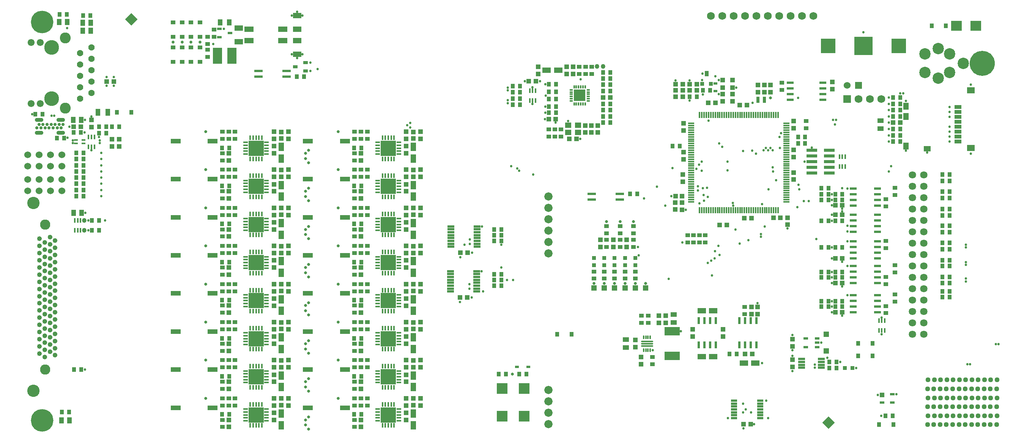
<source format=gts>
G04*
G04 #@! TF.GenerationSoftware,Altium Limited,Altium Designer,24.7.2 (38)*
G04*
G04 Layer_Color=8388736*
%FSLAX25Y25*%
%MOIN*%
G70*
G04*
G04 #@! TF.SameCoordinates,7466D0F8-E9CD-42B0-AAD5-FE8217CC6D43*
G04*
G04*
G04 #@! TF.FilePolarity,Negative*
G04*
G01*
G75*
%ADD24R,0.01378X0.05315*%
%ADD75R,0.05315X0.01378*%
%ADD85R,0.03661X0.04055*%
%ADD86R,0.04055X0.03661*%
%ADD87R,0.04055X0.03858*%
%ADD88R,0.03858X0.04055*%
%ADD89R,0.07205X0.05039*%
%ADD90R,0.04055X0.06024*%
%ADD91R,0.04252X0.05630*%
%ADD92R,0.03858X0.04055*%
%ADD93R,0.03740X0.04370*%
%ADD94R,0.01693X0.03858*%
%ADD95R,0.03661X0.01693*%
%ADD96C,0.04055*%
%ADD97R,0.04055X0.03858*%
%ADD98R,0.07402X0.02480*%
%ADD99R,0.04370X0.03740*%
%ADD100R,0.07992X0.13898*%
%ADD101R,0.04252X0.02480*%
%ADD102R,0.03858X0.05630*%
%ADD103R,0.07205X0.04646*%
%ADD104R,0.04252X0.02677*%
%ADD105R,0.07992X0.04842*%
%ADD106R,0.04055X0.04055*%
%ADD107R,0.12618X0.12618*%
%ADD108R,0.15866X0.15866*%
%ADD109R,0.05630X0.04252*%
%ADD110R,0.09173X0.08583*%
%ADD111R,0.06024X0.03268*%
%ADD112R,0.06811X0.05630*%
%ADD113R,0.04646X0.06024*%
%ADD114R,0.06024X0.04646*%
%ADD115R,0.09567X0.03032*%
%ADD116R,0.02835X0.01221*%
%ADD117R,0.03268X0.02480*%
%ADD118R,0.05118X0.05118*%
%ADD119R,0.05118X0.05118*%
%ADD120R,0.03268X0.03268*%
%ADD121R,0.02480X0.06221*%
%ADD122R,0.03718X0.03718*%
%ADD123R,0.03718X0.05118*%
%ADD124R,0.09764X0.09370*%
%ADD125R,0.03661X0.02087*%
%ADD126R,0.06417X0.02480*%
%ADD127R,0.13504X0.07402*%
%ADD128O,0.01496X0.04252*%
%ADD129O,0.04252X0.01496*%
%ADD130R,0.13307X0.13307*%
%ADD131R,0.04055X0.04055*%
%ADD132R,0.06024X0.01890*%
%ADD133R,0.05039X0.07205*%
%ADD134R,0.04055X0.03465*%
%ADD135R,0.03858X0.03858*%
%ADD136R,0.08583X0.04449*%
%ADD137R,0.05630X0.04646*%
%ADD138R,0.03268X0.03268*%
%ADD139P,0.11136X4X360.0*%
%ADD140R,0.03858X0.03858*%
%ADD141R,0.06221X0.02480*%
%ADD142R,0.04449X0.02480*%
%ADD143R,0.09961X0.09961*%
%ADD144R,0.01221X0.02835*%
%ADD145R,0.05827X0.01890*%
%ADD146R,0.04055X0.02480*%
%ADD147O,0.10945X0.01299*%
%ADD148O,0.01299X0.03465*%
%ADD149R,0.03071X0.05630*%
%ADD150C,0.05630*%
%ADD151C,0.12953*%
%ADD152C,0.06102*%
%ADD153C,0.09567*%
%ADD154C,0.02874*%
%ADD155O,0.07598X0.03661*%
%ADD156C,0.06811*%
%ADD157C,0.06417*%
%ADD158C,0.22047*%
%ADD159C,0.09961*%
%ADD160R,0.06024X0.06024*%
%ADD161C,0.06024*%
%ADD162C,0.04449*%
%ADD163C,0.07205*%
%ADD164R,0.06811X0.06811*%
%ADD165C,0.19803*%
%ADD166C,0.04252*%
%ADD167C,0.10827*%
%ADD168C,0.08976*%
%ADD169C,0.02087*%
%ADD170C,0.02480*%
D24*
X656496Y206201D02*
D03*
X658465D02*
D03*
X666339D02*
D03*
X664370D02*
D03*
X662402D02*
D03*
X660433D02*
D03*
X654528D02*
D03*
X652559D02*
D03*
X650591D02*
D03*
X648622D02*
D03*
X646654D02*
D03*
X644685D02*
D03*
X642717D02*
D03*
X640748D02*
D03*
X638779D02*
D03*
X636811D02*
D03*
X634842D02*
D03*
X632874D02*
D03*
X630905D02*
D03*
X628937D02*
D03*
X626968D02*
D03*
X625000D02*
D03*
X623032D02*
D03*
X621063D02*
D03*
X619095D02*
D03*
X617126D02*
D03*
X615158D02*
D03*
X613189D02*
D03*
X611221D02*
D03*
X609252D02*
D03*
X607283D02*
D03*
X605315D02*
D03*
X603346D02*
D03*
X601378D02*
D03*
X597441D02*
D03*
X599409Y289862D02*
D03*
X601378D02*
D03*
X603346D02*
D03*
X605315D02*
D03*
X607283D02*
D03*
X609252D02*
D03*
X611221D02*
D03*
X613189D02*
D03*
X617126D02*
D03*
X619095D02*
D03*
X621063D02*
D03*
X623032D02*
D03*
X625000D02*
D03*
X626968D02*
D03*
X628937D02*
D03*
X630905D02*
D03*
X632874D02*
D03*
X634842D02*
D03*
X636811D02*
D03*
X638779D02*
D03*
X640748D02*
D03*
X642717D02*
D03*
X644685D02*
D03*
X646654D02*
D03*
X648622D02*
D03*
X650591D02*
D03*
X652559D02*
D03*
X654528D02*
D03*
X656496D02*
D03*
X658465D02*
D03*
X660433D02*
D03*
X662402D02*
D03*
X664370D02*
D03*
X666339D02*
D03*
X615158D02*
D03*
X597441D02*
D03*
X599409Y206201D02*
D03*
D75*
X673721Y219488D02*
D03*
Y282480D02*
D03*
Y280512D02*
D03*
Y278543D02*
D03*
Y276575D02*
D03*
Y274606D02*
D03*
Y272638D02*
D03*
Y270669D02*
D03*
Y268701D02*
D03*
Y266732D02*
D03*
Y264764D02*
D03*
Y262795D02*
D03*
Y260827D02*
D03*
Y258858D02*
D03*
Y256890D02*
D03*
Y254921D02*
D03*
Y249016D02*
D03*
Y245079D02*
D03*
Y243110D02*
D03*
Y241142D02*
D03*
Y239173D02*
D03*
Y237205D02*
D03*
Y235236D02*
D03*
Y233268D02*
D03*
Y231299D02*
D03*
Y229331D02*
D03*
Y227362D02*
D03*
Y225394D02*
D03*
Y223425D02*
D03*
Y221457D02*
D03*
Y217520D02*
D03*
Y215551D02*
D03*
Y213583D02*
D03*
X590059D02*
D03*
Y215551D02*
D03*
Y217520D02*
D03*
Y219488D02*
D03*
Y221457D02*
D03*
Y223425D02*
D03*
Y225394D02*
D03*
Y227362D02*
D03*
Y229331D02*
D03*
Y231299D02*
D03*
Y233268D02*
D03*
Y235236D02*
D03*
Y237205D02*
D03*
Y239173D02*
D03*
Y241142D02*
D03*
Y243110D02*
D03*
Y245079D02*
D03*
Y247047D02*
D03*
Y249016D02*
D03*
Y250984D02*
D03*
Y252953D02*
D03*
Y254921D02*
D03*
Y256890D02*
D03*
Y258858D02*
D03*
Y260827D02*
D03*
Y262795D02*
D03*
Y264764D02*
D03*
Y270669D02*
D03*
Y272638D02*
D03*
Y274606D02*
D03*
Y276575D02*
D03*
Y278543D02*
D03*
Y280512D02*
D03*
Y282480D02*
D03*
X673721Y252953D02*
D03*
X590059Y268701D02*
D03*
Y266732D02*
D03*
X673721Y247047D02*
D03*
Y250984D02*
D03*
D85*
X773622Y272047D02*
D03*
X767323D02*
D03*
X773622Y294094D02*
D03*
X767323D02*
D03*
X816929Y201575D02*
D03*
X816929Y207087D02*
D03*
Y231890D02*
D03*
Y237402D02*
D03*
X39370Y269685D02*
D03*
X33071D02*
D03*
X20472Y290551D02*
D03*
X14173D02*
D03*
X471260Y316929D02*
D03*
X464961D02*
D03*
X623622Y79921D02*
D03*
X629921D02*
D03*
X47638Y274410D02*
D03*
X53937D02*
D03*
X87795Y279528D02*
D03*
X81496D02*
D03*
X464961Y297244D02*
D03*
X471260D02*
D03*
Y291732D02*
D03*
X464961D02*
D03*
X55905Y377165D02*
D03*
X62205D02*
D03*
X250000Y323623D02*
D03*
X243701D02*
D03*
X810630Y201575D02*
D03*
X810630Y207087D02*
D03*
X433268Y315354D02*
D03*
X439567D02*
D03*
X433268Y309842D02*
D03*
X439567D02*
D03*
X433268Y304331D02*
D03*
X439567D02*
D03*
X433268Y298819D02*
D03*
X439567D02*
D03*
X464961Y310236D02*
D03*
X471260D02*
D03*
X464961Y303937D02*
D03*
X471260D02*
D03*
X76378Y274016D02*
D03*
X70079D02*
D03*
Y279528D02*
D03*
X76378D02*
D03*
X710630Y225590D02*
D03*
X704331D02*
D03*
X600394Y311417D02*
D03*
X606693D02*
D03*
X716535Y173622D02*
D03*
X722835D02*
D03*
X704331D02*
D03*
X710630D02*
D03*
X438878Y62106D02*
D03*
X445177D02*
D03*
X421161D02*
D03*
X427461D02*
D03*
X542520Y220472D02*
D03*
X536221D02*
D03*
X816929Y172047D02*
D03*
Y177559D02*
D03*
X810630Y172047D02*
D03*
Y177559D02*
D03*
Y142126D02*
D03*
Y147638D02*
D03*
Y231890D02*
D03*
Y237402D02*
D03*
X518898Y288583D02*
D03*
X512598D02*
D03*
X704375Y121653D02*
D03*
X710674D02*
D03*
X704331Y151969D02*
D03*
X710630D02*
D03*
X704331Y147244D02*
D03*
X710630D02*
D03*
X766929Y25591D02*
D03*
X760630D02*
D03*
X423425Y189170D02*
D03*
X417126D02*
D03*
Y150000D02*
D03*
X423425D02*
D03*
Y179134D02*
D03*
X417126D02*
D03*
X423425Y184252D02*
D03*
X417126D02*
D03*
Y144882D02*
D03*
X423425D02*
D03*
X417126Y139764D02*
D03*
X423425D02*
D03*
X177953Y26772D02*
D03*
X184252D02*
D03*
X294094Y127165D02*
D03*
X300394D02*
D03*
X177953Y160630D02*
D03*
X184252D02*
D03*
X300394D02*
D03*
X294094D02*
D03*
X184252Y194095D02*
D03*
X177953D02*
D03*
X300394D02*
D03*
X294094D02*
D03*
X184252Y227559D02*
D03*
X177953D02*
D03*
X300394D02*
D03*
X294094D02*
D03*
X184252Y261024D02*
D03*
X177953D02*
D03*
X300394D02*
D03*
X294094D02*
D03*
X690158Y270472D02*
D03*
X683858D02*
D03*
X63779Y197244D02*
D03*
X70079D02*
D03*
X512598Y327165D02*
D03*
X518898D02*
D03*
X63779Y188583D02*
D03*
X70079D02*
D03*
X722835Y151969D02*
D03*
X716535D02*
D03*
X722835Y121653D02*
D03*
X716535D02*
D03*
X594882Y305906D02*
D03*
X588583D02*
D03*
X722835Y215354D02*
D03*
X716535D02*
D03*
X722835Y147244D02*
D03*
X716535D02*
D03*
X722835Y126378D02*
D03*
X716535D02*
D03*
X722835Y196850D02*
D03*
X716535D02*
D03*
X722835Y220079D02*
D03*
X716535D02*
D03*
X41732Y378346D02*
D03*
X35433D02*
D03*
X37402Y28740D02*
D03*
X43701D02*
D03*
X56299Y224016D02*
D03*
X50000D02*
D03*
X56299Y218504D02*
D03*
X50000D02*
D03*
Y229528D02*
D03*
X56299D02*
D03*
Y235039D02*
D03*
X50000D02*
D03*
X56299Y240158D02*
D03*
X50000D02*
D03*
X56299Y245669D02*
D03*
X50000D02*
D03*
X56299Y251181D02*
D03*
X50000D02*
D03*
X56299Y256693D02*
D03*
X50000D02*
D03*
X711417Y67716D02*
D03*
X717717D02*
D03*
Y72835D02*
D03*
X711417D02*
D03*
X512598Y311024D02*
D03*
X518898D02*
D03*
X512598Y322047D02*
D03*
X518898D02*
D03*
X512598Y316535D02*
D03*
X518898D02*
D03*
X512598Y283071D02*
D03*
X518898D02*
D03*
X512598Y294094D02*
D03*
X518898D02*
D03*
X512598Y299606D02*
D03*
X518898D02*
D03*
X573622Y262598D02*
D03*
X579921D02*
D03*
X816929Y192520D02*
D03*
X810630D02*
D03*
X816929Y187008D02*
D03*
X810630D02*
D03*
X767323Y305118D02*
D03*
X773622D02*
D03*
X767323Y266535D02*
D03*
X773622D02*
D03*
X767323Y299606D02*
D03*
X773622D02*
D03*
X767323Y277559D02*
D03*
X773622D02*
D03*
X767323Y288583D02*
D03*
X773622D02*
D03*
X184252Y127165D02*
D03*
X177953D02*
D03*
X300394Y93701D02*
D03*
X294094D02*
D03*
X184252D02*
D03*
X177953D02*
D03*
X294094Y60236D02*
D03*
X300394D02*
D03*
X184252D02*
D03*
X177953D02*
D03*
X300394Y26772D02*
D03*
X294094D02*
D03*
X683858Y264961D02*
D03*
X690158D02*
D03*
X48031Y66142D02*
D03*
X54331D02*
D03*
X816929Y142126D02*
D03*
X710630Y126378D02*
D03*
X704331D02*
D03*
Y215354D02*
D03*
X710630D02*
D03*
X704331Y220079D02*
D03*
X710630D02*
D03*
Y196850D02*
D03*
X704331D02*
D03*
X810630Y216929D02*
D03*
X816929D02*
D03*
X810630Y222441D02*
D03*
X816929D02*
D03*
X810630Y129921D02*
D03*
X816929D02*
D03*
X810630Y135039D02*
D03*
X816929D02*
D03*
Y147638D02*
D03*
X810630Y157087D02*
D03*
X816929D02*
D03*
X810630Y162205D02*
D03*
X816929D02*
D03*
D86*
X637008Y114961D02*
D03*
Y121260D02*
D03*
X502756Y332283D02*
D03*
Y325984D02*
D03*
X497244D02*
D03*
Y332283D02*
D03*
X491732D02*
D03*
Y325984D02*
D03*
X165354Y340946D02*
D03*
Y347246D02*
D03*
Y358663D02*
D03*
Y352364D02*
D03*
X170866Y364962D02*
D03*
Y358663D02*
D03*
X768898Y225984D02*
D03*
Y219685D02*
D03*
Y132283D02*
D03*
Y125984D02*
D03*
Y157874D02*
D03*
Y151575D02*
D03*
X513779Y152362D02*
D03*
Y146063D02*
D03*
X531890D02*
D03*
Y152362D02*
D03*
X522835D02*
D03*
Y146063D02*
D03*
X504724D02*
D03*
Y152362D02*
D03*
X540945D02*
D03*
Y146063D02*
D03*
X527559Y192126D02*
D03*
Y185827D02*
D03*
X539370D02*
D03*
Y192126D02*
D03*
X515748Y180315D02*
D03*
Y174016D02*
D03*
Y192126D02*
D03*
Y185827D02*
D03*
X527559Y180315D02*
D03*
Y174016D02*
D03*
X539370D02*
D03*
Y180315D02*
D03*
X690945Y284646D02*
D03*
Y278346D02*
D03*
X669685Y318110D02*
D03*
Y311811D02*
D03*
X178347Y22047D02*
D03*
Y15748D02*
D03*
Y49213D02*
D03*
Y55512D02*
D03*
X294488D02*
D03*
Y49213D02*
D03*
X178347Y88976D02*
D03*
Y82677D02*
D03*
X189370Y68110D02*
D03*
Y74410D02*
D03*
X294488Y88976D02*
D03*
Y82677D02*
D03*
X178347Y122441D02*
D03*
Y116142D02*
D03*
X294488Y122441D02*
D03*
Y116142D02*
D03*
X178347Y155905D02*
D03*
Y149606D02*
D03*
X294488D02*
D03*
Y155905D02*
D03*
X178347Y183071D02*
D03*
Y189370D02*
D03*
X294488Y183071D02*
D03*
Y189370D02*
D03*
X178347Y216535D02*
D03*
Y222835D02*
D03*
X294488Y216535D02*
D03*
Y222835D02*
D03*
X178347Y250000D02*
D03*
Y256299D02*
D03*
X294488Y250000D02*
D03*
Y256299D02*
D03*
X189370Y34646D02*
D03*
Y40945D02*
D03*
X761024Y122047D02*
D03*
Y115748D02*
D03*
Y179291D02*
D03*
Y172992D02*
D03*
X761024Y147638D02*
D03*
Y141339D02*
D03*
X761024Y215748D02*
D03*
Y209449D02*
D03*
X475591Y270866D02*
D03*
Y277165D02*
D03*
X597244Y177953D02*
D03*
Y184252D02*
D03*
X602362Y177953D02*
D03*
Y184252D02*
D03*
X592126Y177953D02*
D03*
Y184252D02*
D03*
X587008Y177953D02*
D03*
Y184252D02*
D03*
X470276Y277264D02*
D03*
Y270965D02*
D03*
X464961Y270866D02*
D03*
Y277165D02*
D03*
X305512Y208268D02*
D03*
Y201969D02*
D03*
Y241732D02*
D03*
Y235433D02*
D03*
X183858Y168504D02*
D03*
Y174803D02*
D03*
X189370Y168504D02*
D03*
Y174803D02*
D03*
X183858Y208268D02*
D03*
Y201969D02*
D03*
X189370Y208268D02*
D03*
Y201969D02*
D03*
X300000Y174803D02*
D03*
Y168504D02*
D03*
Y208268D02*
D03*
Y201969D02*
D03*
X189370Y241732D02*
D03*
Y235433D02*
D03*
X300000Y241732D02*
D03*
Y235433D02*
D03*
X189370Y275197D02*
D03*
Y268898D02*
D03*
X300000Y275197D02*
D03*
Y268898D02*
D03*
X183858Y241732D02*
D03*
Y235433D02*
D03*
Y275197D02*
D03*
Y268898D02*
D03*
X305512Y275197D02*
D03*
Y268898D02*
D03*
Y174803D02*
D03*
Y168504D02*
D03*
X555906Y70867D02*
D03*
Y77166D02*
D03*
X294488Y22047D02*
D03*
Y15748D02*
D03*
X183858Y34646D02*
D03*
Y40945D02*
D03*
X546457Y113386D02*
D03*
Y107087D02*
D03*
X552362Y113386D02*
D03*
Y107087D02*
D03*
X189370Y101575D02*
D03*
Y107874D02*
D03*
X183858Y101575D02*
D03*
Y107874D02*
D03*
X305512Y40945D02*
D03*
Y34646D02*
D03*
X300000Y40945D02*
D03*
Y34646D02*
D03*
X183858Y74410D02*
D03*
Y68110D02*
D03*
X189370Y135039D02*
D03*
Y141339D02*
D03*
X183858Y135039D02*
D03*
Y141339D02*
D03*
X305512Y101575D02*
D03*
Y107874D02*
D03*
X300000Y101575D02*
D03*
Y107874D02*
D03*
X305512Y135039D02*
D03*
Y141339D02*
D03*
X300000Y135039D02*
D03*
Y141339D02*
D03*
Y68110D02*
D03*
Y74410D02*
D03*
X305512Y68110D02*
D03*
Y74410D02*
D03*
D87*
X642913Y114961D02*
D03*
Y121260D02*
D03*
X648425D02*
D03*
Y114961D02*
D03*
X486221Y325984D02*
D03*
Y332283D02*
D03*
X455512Y325984D02*
D03*
Y332283D02*
D03*
X63386Y285433D02*
D03*
Y279134D02*
D03*
X510201Y174016D02*
D03*
Y180315D02*
D03*
X521654Y174016D02*
D03*
Y180315D02*
D03*
X533464D02*
D03*
Y174016D02*
D03*
X591339Y101575D02*
D03*
Y95276D02*
D03*
X618110D02*
D03*
Y101575D02*
D03*
X714173Y318898D02*
D03*
Y312598D02*
D03*
X679921Y278346D02*
D03*
Y284646D02*
D03*
X583465Y282677D02*
D03*
Y276378D02*
D03*
X223622Y28248D02*
D03*
Y21949D02*
D03*
X339764Y55413D02*
D03*
Y61713D02*
D03*
X223622Y95177D02*
D03*
Y88878D02*
D03*
X339764Y95177D02*
D03*
Y88878D02*
D03*
X223622Y128642D02*
D03*
Y122343D02*
D03*
X339764Y128642D02*
D03*
Y122343D02*
D03*
X223622Y162106D02*
D03*
Y155807D02*
D03*
X339764D02*
D03*
Y162106D02*
D03*
X223622Y189272D02*
D03*
Y195571D02*
D03*
X339764Y189272D02*
D03*
Y195571D02*
D03*
X223622Y222736D02*
D03*
Y229035D02*
D03*
Y34646D02*
D03*
Y40945D02*
D03*
X339764Y241732D02*
D03*
Y235433D02*
D03*
Y222736D02*
D03*
Y229035D02*
D03*
X300000Y22047D02*
D03*
Y15748D02*
D03*
X223622Y275197D02*
D03*
Y268898D02*
D03*
Y256201D02*
D03*
Y262500D02*
D03*
X339764Y275197D02*
D03*
Y268898D02*
D03*
Y256201D02*
D03*
Y262500D02*
D03*
X223622Y168504D02*
D03*
Y174803D02*
D03*
X496850Y280709D02*
D03*
Y274409D02*
D03*
X659842Y309842D02*
D03*
Y316142D02*
D03*
X679134Y86614D02*
D03*
Y92913D02*
D03*
X502362Y280709D02*
D03*
Y274409D02*
D03*
X583465Y257087D02*
D03*
Y250787D02*
D03*
X679921Y239370D02*
D03*
Y233071D02*
D03*
Y252756D02*
D03*
Y259055D02*
D03*
X582677Y237402D02*
D03*
Y231102D02*
D03*
X581890Y206693D02*
D03*
Y212992D02*
D03*
X679134Y74803D02*
D03*
Y68504D02*
D03*
X617717Y308268D02*
D03*
Y301969D02*
D03*
X626378Y308268D02*
D03*
Y301969D02*
D03*
X507874Y274409D02*
D03*
Y280709D02*
D03*
X339764Y201969D02*
D03*
Y208268D02*
D03*
X183858Y149606D02*
D03*
Y155905D02*
D03*
X300000D02*
D03*
Y149606D02*
D03*
X183858Y189370D02*
D03*
Y183071D02*
D03*
Y222835D02*
D03*
Y216535D02*
D03*
X300000Y189370D02*
D03*
Y183071D02*
D03*
X223622Y201969D02*
D03*
Y208268D02*
D03*
X300000Y222835D02*
D03*
Y216535D02*
D03*
X223622Y235433D02*
D03*
Y241732D02*
D03*
X300000Y256299D02*
D03*
Y250000D02*
D03*
X183858Y256299D02*
D03*
Y250000D02*
D03*
X339764Y168504D02*
D03*
Y174803D02*
D03*
Y141339D02*
D03*
Y135039D02*
D03*
X223622Y141339D02*
D03*
Y135039D02*
D03*
X339764Y107874D02*
D03*
Y101575D02*
D03*
X223622Y107874D02*
D03*
Y101575D02*
D03*
X339764Y68110D02*
D03*
Y74410D02*
D03*
X223622D02*
D03*
Y68110D02*
D03*
X339764Y40945D02*
D03*
Y34646D02*
D03*
X183858Y15748D02*
D03*
Y22047D02*
D03*
X223622Y55413D02*
D03*
Y61713D02*
D03*
X339764Y21949D02*
D03*
Y28248D02*
D03*
X300000Y116142D02*
D03*
Y122441D02*
D03*
X183858Y116142D02*
D03*
Y122441D02*
D03*
X300000Y82677D02*
D03*
Y88976D02*
D03*
X183858Y82677D02*
D03*
Y88976D02*
D03*
X300000Y55512D02*
D03*
Y49213D02*
D03*
X183858D02*
D03*
Y55512D02*
D03*
X654331Y309842D02*
D03*
Y316142D02*
D03*
X567717Y113386D02*
D03*
Y107087D02*
D03*
X561811Y113386D02*
D03*
Y107087D02*
D03*
X546063Y70867D02*
D03*
Y77166D02*
D03*
X540945Y92126D02*
D03*
Y85827D02*
D03*
X648819Y309842D02*
D03*
Y316142D02*
D03*
D88*
X637402Y79921D02*
D03*
X643701D02*
D03*
X81496Y268504D02*
D03*
X87795D02*
D03*
X464862Y286221D02*
D03*
X471161D02*
D03*
X76673Y319291D02*
D03*
X82972D02*
D03*
X453543Y319390D02*
D03*
X447244D02*
D03*
X611417Y300394D02*
D03*
X605118D02*
D03*
X773622Y283071D02*
D03*
X767323D02*
D03*
X393701Y168898D02*
D03*
X387402D02*
D03*
X393307Y129528D02*
D03*
X387008D02*
D03*
X662205Y199606D02*
D03*
X668504D02*
D03*
X483071Y268898D02*
D03*
X489370D02*
D03*
X614961Y193307D02*
D03*
X621260D02*
D03*
X636614Y199213D02*
D03*
X642913D02*
D03*
X638976Y298425D02*
D03*
X632677D02*
D03*
X716535Y202362D02*
D03*
X722835D02*
D03*
Y142126D02*
D03*
X716535D02*
D03*
X722835Y210630D02*
D03*
X716535D02*
D03*
X722835Y163779D02*
D03*
X716535D02*
D03*
X722835Y116535D02*
D03*
X716535D02*
D03*
X594882Y311417D02*
D03*
X588583D02*
D03*
X582677D02*
D03*
X576378D02*
D03*
X594882Y316929D02*
D03*
X588583D02*
D03*
X582677Y305906D02*
D03*
X576378D02*
D03*
X518898Y305118D02*
D03*
X512598D02*
D03*
X636024Y18209D02*
D03*
X642323D02*
D03*
D89*
X646457Y71751D02*
D03*
X636221D02*
D03*
X473228Y329134D02*
D03*
X462992D02*
D03*
X609449Y117717D02*
D03*
X599213D02*
D03*
Y77559D02*
D03*
X609449D02*
D03*
D90*
X77559Y292126D02*
D03*
X68898D02*
D03*
D91*
X47244Y285433D02*
D03*
X54331D02*
D03*
X55512Y363779D02*
D03*
X62598D02*
D03*
Y370866D02*
D03*
X55512D02*
D03*
X42126Y371654D02*
D03*
X35039Y371654D02*
D03*
X37008Y21654D02*
D03*
X44094D02*
D03*
X47638Y203937D02*
D03*
X54724D02*
D03*
D92*
X53937Y279528D02*
D03*
X47638D02*
D03*
X87795Y262205D02*
D03*
X81496D02*
D03*
X582677Y316929D02*
D03*
X576378D02*
D03*
D93*
X98425Y292126D02*
D03*
X85827D02*
D03*
X813780Y368110D02*
D03*
X801181D02*
D03*
X749213Y89370D02*
D03*
X736614D02*
D03*
X472441Y97244D02*
D03*
X485039D02*
D03*
X767717Y17717D02*
D03*
X755118D02*
D03*
X736614Y78347D02*
D03*
X749213D02*
D03*
D94*
X65945Y262008D02*
D03*
Y270669D02*
D03*
X60827D02*
D03*
X63386Y270669D02*
D03*
Y262008D02*
D03*
X60827Y262008D02*
D03*
X448228Y311319D02*
D03*
X450787D02*
D03*
X453346D02*
D03*
Y302658D02*
D03*
X450787D02*
D03*
X448228D02*
D03*
X725394Y244488D02*
D03*
X722835D02*
D03*
X720276D02*
D03*
Y253150D02*
D03*
X722835D02*
D03*
X725394D02*
D03*
X53740Y188583D02*
D03*
X51181D02*
D03*
X48622D02*
D03*
Y197244D02*
D03*
X51181D02*
D03*
X53740D02*
D03*
X760039Y100394D02*
D03*
X757480D02*
D03*
X754921D02*
D03*
Y109055D02*
D03*
X757480D02*
D03*
X760039D02*
D03*
D95*
X56496Y267913D02*
D03*
Y264764D02*
D03*
X49803Y267913D02*
D03*
Y264764D02*
D03*
D96*
X512598Y332677D02*
D03*
X507480D02*
D03*
X57087Y197244D02*
D03*
Y188583D02*
D03*
D97*
X480709Y325984D02*
D03*
Y332283D02*
D03*
X236221Y40945D02*
D03*
Y34646D02*
D03*
X352362Y275197D02*
D03*
Y268898D02*
D03*
X236221Y168504D02*
D03*
Y174803D02*
D03*
X352362Y201969D02*
D03*
Y208268D02*
D03*
Y168504D02*
D03*
Y174803D02*
D03*
Y235433D02*
D03*
Y241732D02*
D03*
X236221Y201969D02*
D03*
Y208268D02*
D03*
Y235433D02*
D03*
Y241732D02*
D03*
Y268898D02*
D03*
Y275197D02*
D03*
Y107874D02*
D03*
Y101575D02*
D03*
X352362Y40945D02*
D03*
Y34646D02*
D03*
X236221Y74410D02*
D03*
Y68110D02*
D03*
Y141339D02*
D03*
Y135039D02*
D03*
X352362Y107874D02*
D03*
Y101575D02*
D03*
Y141339D02*
D03*
Y135039D02*
D03*
Y68110D02*
D03*
Y74410D02*
D03*
D98*
X210039Y323486D02*
D03*
Y328486D02*
D03*
X234842D02*
D03*
Y323486D02*
D03*
X502559Y220610D02*
D03*
Y215610D02*
D03*
X527362D02*
D03*
Y220610D02*
D03*
D99*
X158661Y371261D02*
D03*
Y358663D02*
D03*
X150787Y371261D02*
D03*
Y358663D02*
D03*
X142913Y371261D02*
D03*
Y358663D02*
D03*
X135039Y371261D02*
D03*
Y358663D02*
D03*
Y349214D02*
D03*
Y336616D02*
D03*
X142913D02*
D03*
Y349214D02*
D03*
X150787D02*
D03*
Y336616D02*
D03*
X158661Y349214D02*
D03*
Y336616D02*
D03*
D100*
X186614Y341734D02*
D03*
X174016D02*
D03*
D101*
X184843Y361812D02*
D03*
X175787Y358072D02*
D03*
Y365553D02*
D03*
D102*
X184252Y371261D02*
D03*
X176378D02*
D03*
D103*
X192520Y366143D02*
D03*
Y354332D02*
D03*
X244094Y355120D02*
D03*
Y343309D02*
D03*
X244094Y365354D02*
D03*
Y377165D02*
D03*
D104*
X251378Y328545D02*
D03*
Y336025D02*
D03*
X242323Y332285D02*
D03*
D105*
X231299Y355238D02*
D03*
X201772D02*
D03*
X231299Y365238D02*
D03*
X201772D02*
D03*
D106*
X626378Y313976D02*
D03*
X617717D02*
D03*
Y320669D02*
D03*
X626378D02*
D03*
D107*
X710345Y350394D02*
D03*
X772333D02*
D03*
D108*
X741339D02*
D03*
D109*
X756283Y284826D02*
D03*
Y277740D02*
D03*
X532678Y92520D02*
D03*
Y85433D02*
D03*
X574803Y114567D02*
D03*
Y107481D02*
D03*
D110*
X839961Y368110D02*
D03*
X823032D02*
D03*
D111*
X824409Y296850D02*
D03*
Y292520D02*
D03*
Y288189D02*
D03*
Y283858D02*
D03*
Y279527D02*
D03*
Y275197D02*
D03*
Y270866D02*
D03*
Y266535D02*
D03*
D112*
X835827Y311614D02*
D03*
Y260827D02*
D03*
D113*
X778839Y297638D02*
D03*
Y288583D02*
D03*
Y262598D02*
D03*
D114*
X797441Y260335D02*
D03*
D115*
X711221Y258819D02*
D03*
Y253819D02*
D03*
Y248819D02*
D03*
Y243819D02*
D03*
Y238819D02*
D03*
X695866Y258819D02*
D03*
Y253819D02*
D03*
Y248819D02*
D03*
Y243819D02*
D03*
Y238819D02*
D03*
D116*
X484646Y304134D02*
D03*
Y306102D02*
D03*
Y310039D02*
D03*
Y308071D02*
D03*
Y302165D02*
D03*
Y312008D02*
D03*
X499606D02*
D03*
Y310039D02*
D03*
Y308071D02*
D03*
Y306102D02*
D03*
Y304134D02*
D03*
Y302165D02*
D03*
D117*
X611417Y310827D02*
D03*
Y317520D02*
D03*
D118*
X513779Y137795D02*
D03*
X531890D02*
D03*
X504724D02*
D03*
X550000D02*
D03*
D119*
X540945D02*
D03*
X522835D02*
D03*
X708661Y97244D02*
D03*
Y82677D02*
D03*
D120*
X504724Y164272D02*
D03*
Y157776D02*
D03*
X531890D02*
D03*
Y164272D02*
D03*
X540945D02*
D03*
Y157776D02*
D03*
X522835Y164272D02*
D03*
Y157776D02*
D03*
X513779D02*
D03*
Y164272D02*
D03*
D121*
X596831Y87795D02*
D03*
X601831D02*
D03*
X606831D02*
D03*
X611831D02*
D03*
X596831Y109055D02*
D03*
X601831D02*
D03*
X606831D02*
D03*
X611831D02*
D03*
X632264Y87795D02*
D03*
X637264D02*
D03*
X642264D02*
D03*
X647264D02*
D03*
X632264Y109055D02*
D03*
X637264D02*
D03*
X642264D02*
D03*
X647264D02*
D03*
D122*
X607293Y317154D02*
D03*
X599793D02*
D03*
D123*
X603543Y326153D02*
D03*
D124*
X423917Y49508D02*
D03*
Y25098D02*
D03*
X443209Y49508D02*
D03*
Y25098D02*
D03*
D125*
X447146Y68405D02*
D03*
X436909D02*
D03*
D126*
X705512Y318130D02*
D03*
Y313130D02*
D03*
Y308130D02*
D03*
Y303130D02*
D03*
X677165D02*
D03*
Y308130D02*
D03*
Y313130D02*
D03*
Y318130D02*
D03*
D127*
X573229Y78052D02*
D03*
Y99902D02*
D03*
D128*
X212992Y169488D02*
D03*
X210433D02*
D03*
X207874D02*
D03*
X205315D02*
D03*
X202756D02*
D03*
Y150984D02*
D03*
X205315D02*
D03*
X207874D02*
D03*
X210433D02*
D03*
X212992D02*
D03*
X329134Y17126D02*
D03*
X326575D02*
D03*
X324016D02*
D03*
X321457D02*
D03*
X318898D02*
D03*
Y35630D02*
D03*
X321457D02*
D03*
X324016D02*
D03*
X326575D02*
D03*
X329134D02*
D03*
Y236417D02*
D03*
X326575D02*
D03*
X324016D02*
D03*
X321457D02*
D03*
X318898D02*
D03*
Y217913D02*
D03*
X321457D02*
D03*
X324016D02*
D03*
X326575D02*
D03*
X329134D02*
D03*
Y202953D02*
D03*
X326575D02*
D03*
X324016D02*
D03*
X321457D02*
D03*
X318898D02*
D03*
Y184449D02*
D03*
X321457D02*
D03*
X324016D02*
D03*
X326575D02*
D03*
X329134D02*
D03*
Y169488D02*
D03*
X326575D02*
D03*
X324016D02*
D03*
X321457D02*
D03*
X318898D02*
D03*
Y150984D02*
D03*
X321457D02*
D03*
X324016D02*
D03*
X326575D02*
D03*
X329134D02*
D03*
Y269882D02*
D03*
X326575D02*
D03*
X324016D02*
D03*
X321457D02*
D03*
X318898D02*
D03*
Y251378D02*
D03*
X321457D02*
D03*
X324016D02*
D03*
X326575D02*
D03*
X329134D02*
D03*
X212992Y236417D02*
D03*
X210433D02*
D03*
X207874D02*
D03*
X205315D02*
D03*
X202756D02*
D03*
Y217913D02*
D03*
X205315D02*
D03*
X207874D02*
D03*
X210433D02*
D03*
X212992D02*
D03*
Y202953D02*
D03*
X210433D02*
D03*
X207874D02*
D03*
X205315D02*
D03*
X202756D02*
D03*
Y184449D02*
D03*
X205315D02*
D03*
X207874D02*
D03*
X210433D02*
D03*
X212992D02*
D03*
Y269882D02*
D03*
X210433D02*
D03*
X207874D02*
D03*
X205315D02*
D03*
X202756D02*
D03*
Y251378D02*
D03*
X205315D02*
D03*
X207874D02*
D03*
X210433D02*
D03*
X212992D02*
D03*
X329134Y117520D02*
D03*
X326575D02*
D03*
X324016D02*
D03*
X321457D02*
D03*
X318898D02*
D03*
Y136024D02*
D03*
X321457D02*
D03*
X324016D02*
D03*
X326575D02*
D03*
X329134D02*
D03*
X212992Y117520D02*
D03*
X210433D02*
D03*
X207874D02*
D03*
X205315D02*
D03*
X202756D02*
D03*
Y136024D02*
D03*
X205315D02*
D03*
X207874D02*
D03*
X210433D02*
D03*
X212992D02*
D03*
X329134Y84055D02*
D03*
X326575D02*
D03*
X324016D02*
D03*
X321457D02*
D03*
X318898D02*
D03*
Y102559D02*
D03*
X321457D02*
D03*
X324016D02*
D03*
X326575D02*
D03*
X329134D02*
D03*
X212992Y84055D02*
D03*
X210433D02*
D03*
X207874D02*
D03*
X205315D02*
D03*
X202756D02*
D03*
Y102559D02*
D03*
X205315D02*
D03*
X207874D02*
D03*
X210433D02*
D03*
X212992D02*
D03*
X329134Y69095D02*
D03*
X326575D02*
D03*
X324016D02*
D03*
X321457D02*
D03*
X318898D02*
D03*
Y50591D02*
D03*
X321457D02*
D03*
X324016D02*
D03*
X326575D02*
D03*
X329134D02*
D03*
X212992D02*
D03*
X210433D02*
D03*
X207874D02*
D03*
X205315D02*
D03*
X202756D02*
D03*
Y69095D02*
D03*
X205315D02*
D03*
X207874D02*
D03*
X210433D02*
D03*
X212992D02*
D03*
Y17126D02*
D03*
X210433D02*
D03*
X207874D02*
D03*
X205315D02*
D03*
X202756D02*
D03*
Y35630D02*
D03*
X205315D02*
D03*
X207874D02*
D03*
X210433D02*
D03*
X212992D02*
D03*
D129*
X198622Y165354D02*
D03*
Y162795D02*
D03*
Y160236D02*
D03*
Y157677D02*
D03*
Y155118D02*
D03*
X217126D02*
D03*
Y157677D02*
D03*
Y160236D02*
D03*
Y162795D02*
D03*
Y165354D02*
D03*
X333268Y31496D02*
D03*
Y28937D02*
D03*
Y26378D02*
D03*
Y23819D02*
D03*
Y21260D02*
D03*
X314764D02*
D03*
Y23819D02*
D03*
Y26378D02*
D03*
Y28937D02*
D03*
Y31496D02*
D03*
Y232283D02*
D03*
Y229724D02*
D03*
Y227165D02*
D03*
Y224606D02*
D03*
Y222047D02*
D03*
X333268D02*
D03*
Y224606D02*
D03*
Y227165D02*
D03*
Y229724D02*
D03*
Y232283D02*
D03*
X314764Y198819D02*
D03*
Y196260D02*
D03*
Y193701D02*
D03*
Y191142D02*
D03*
Y188583D02*
D03*
X333268D02*
D03*
Y191142D02*
D03*
Y193701D02*
D03*
Y196260D02*
D03*
Y198819D02*
D03*
X314764Y165354D02*
D03*
Y162795D02*
D03*
Y160236D02*
D03*
Y157677D02*
D03*
Y155118D02*
D03*
X333268D02*
D03*
Y157677D02*
D03*
Y160236D02*
D03*
Y162795D02*
D03*
Y165354D02*
D03*
X314764Y265748D02*
D03*
Y263189D02*
D03*
Y260630D02*
D03*
Y258071D02*
D03*
Y255512D02*
D03*
X333268D02*
D03*
Y258071D02*
D03*
Y260630D02*
D03*
Y263189D02*
D03*
Y265748D02*
D03*
X198622Y232283D02*
D03*
Y229724D02*
D03*
Y227165D02*
D03*
Y224606D02*
D03*
Y222047D02*
D03*
X217126D02*
D03*
Y224606D02*
D03*
Y227165D02*
D03*
Y229724D02*
D03*
Y232283D02*
D03*
X198622Y198819D02*
D03*
Y196260D02*
D03*
Y193701D02*
D03*
Y191142D02*
D03*
Y188583D02*
D03*
X217126D02*
D03*
Y191142D02*
D03*
Y193701D02*
D03*
Y196260D02*
D03*
Y198819D02*
D03*
X198622Y265748D02*
D03*
Y263189D02*
D03*
Y260630D02*
D03*
Y258071D02*
D03*
Y255512D02*
D03*
X217126D02*
D03*
Y258071D02*
D03*
Y260630D02*
D03*
Y263189D02*
D03*
Y265748D02*
D03*
X333268Y131890D02*
D03*
Y129331D02*
D03*
Y126772D02*
D03*
Y124213D02*
D03*
Y121654D02*
D03*
X314764D02*
D03*
Y124213D02*
D03*
Y126772D02*
D03*
Y129331D02*
D03*
Y131890D02*
D03*
X217126D02*
D03*
Y129331D02*
D03*
Y126772D02*
D03*
Y124213D02*
D03*
Y121654D02*
D03*
X198622D02*
D03*
Y124213D02*
D03*
Y126772D02*
D03*
Y129331D02*
D03*
Y131890D02*
D03*
X333268Y98425D02*
D03*
Y95866D02*
D03*
Y93307D02*
D03*
Y90748D02*
D03*
Y88189D02*
D03*
X314764D02*
D03*
Y90748D02*
D03*
Y93307D02*
D03*
Y95866D02*
D03*
Y98425D02*
D03*
X217126D02*
D03*
Y95866D02*
D03*
Y93307D02*
D03*
Y90748D02*
D03*
Y88189D02*
D03*
X198622D02*
D03*
Y90748D02*
D03*
Y93307D02*
D03*
Y95866D02*
D03*
Y98425D02*
D03*
X314764Y64961D02*
D03*
Y62402D02*
D03*
Y59842D02*
D03*
Y57284D02*
D03*
Y54724D02*
D03*
X333268D02*
D03*
Y57284D02*
D03*
Y59842D02*
D03*
Y62402D02*
D03*
Y64961D02*
D03*
X217126D02*
D03*
Y62402D02*
D03*
Y59842D02*
D03*
Y57284D02*
D03*
Y54724D02*
D03*
X198622D02*
D03*
Y57284D02*
D03*
Y59842D02*
D03*
Y62402D02*
D03*
Y64961D02*
D03*
X217126Y31496D02*
D03*
Y28937D02*
D03*
Y26378D02*
D03*
Y23819D02*
D03*
Y21260D02*
D03*
X198622D02*
D03*
Y23819D02*
D03*
Y26378D02*
D03*
Y28937D02*
D03*
Y31496D02*
D03*
D130*
X207874Y160236D02*
D03*
X324016Y26378D02*
D03*
Y227165D02*
D03*
Y193701D02*
D03*
Y160236D02*
D03*
Y260630D02*
D03*
X207874Y227165D02*
D03*
Y193701D02*
D03*
Y260630D02*
D03*
X324016Y126772D02*
D03*
X207874D02*
D03*
X324016Y93307D02*
D03*
X207874D02*
D03*
X324016Y59842D02*
D03*
X207874D02*
D03*
Y26378D02*
D03*
D131*
X575984Y206890D02*
D03*
Y212795D02*
D03*
X757677Y43898D02*
D03*
D132*
X402165Y174114D02*
D03*
Y176673D02*
D03*
Y179232D02*
D03*
Y181791D02*
D03*
Y184350D02*
D03*
Y186909D02*
D03*
Y189469D02*
D03*
Y192027D02*
D03*
X378937D02*
D03*
Y189469D02*
D03*
Y186909D02*
D03*
Y184350D02*
D03*
Y181791D02*
D03*
Y179232D02*
D03*
Y176673D02*
D03*
Y174114D02*
D03*
X401772Y134744D02*
D03*
Y137303D02*
D03*
Y139862D02*
D03*
Y142421D02*
D03*
Y144980D02*
D03*
Y147539D02*
D03*
Y150098D02*
D03*
Y152657D02*
D03*
X378543D02*
D03*
Y150098D02*
D03*
Y147539D02*
D03*
Y144980D02*
D03*
Y142421D02*
D03*
Y139862D02*
D03*
Y137303D02*
D03*
Y134744D02*
D03*
X704331Y67815D02*
D03*
Y70374D02*
D03*
Y72933D02*
D03*
Y75492D02*
D03*
X687008D02*
D03*
Y72933D02*
D03*
Y70374D02*
D03*
Y67815D02*
D03*
D133*
X346063Y27559D02*
D03*
Y17323D02*
D03*
X229921Y261811D02*
D03*
Y251575D02*
D03*
X346063Y184646D02*
D03*
Y194882D02*
D03*
Y151181D02*
D03*
Y161417D02*
D03*
Y218110D02*
D03*
Y228346D02*
D03*
X229921Y161417D02*
D03*
Y151181D02*
D03*
Y184646D02*
D03*
Y194882D02*
D03*
Y218110D02*
D03*
Y228346D02*
D03*
X346063Y251575D02*
D03*
Y261811D02*
D03*
X229921Y27559D02*
D03*
Y17323D02*
D03*
Y94488D02*
D03*
Y84252D02*
D03*
Y50787D02*
D03*
Y61024D02*
D03*
Y127953D02*
D03*
Y117717D02*
D03*
X346063Y94488D02*
D03*
Y84252D02*
D03*
Y127953D02*
D03*
Y117717D02*
D03*
Y61024D02*
D03*
Y50787D02*
D03*
D134*
X178347Y40945D02*
D03*
Y34646D02*
D03*
Y168504D02*
D03*
Y174803D02*
D03*
X294488D02*
D03*
Y168504D02*
D03*
X178347Y208268D02*
D03*
Y201969D02*
D03*
X294488Y208268D02*
D03*
Y201969D02*
D03*
X178347Y241732D02*
D03*
Y235433D02*
D03*
X294488Y241732D02*
D03*
Y235433D02*
D03*
X178347Y275197D02*
D03*
Y268898D02*
D03*
X294488Y275197D02*
D03*
Y268898D02*
D03*
X178347Y107874D02*
D03*
Y101575D02*
D03*
X294488Y40945D02*
D03*
Y34646D02*
D03*
X178347Y74410D02*
D03*
Y68110D02*
D03*
Y141339D02*
D03*
Y135039D02*
D03*
X294488Y107874D02*
D03*
Y101575D02*
D03*
Y141339D02*
D03*
Y135039D02*
D03*
Y68110D02*
D03*
Y74410D02*
D03*
D135*
X229921Y34843D02*
D03*
Y40748D02*
D03*
X346063Y168701D02*
D03*
Y174606D02*
D03*
X229921Y202165D02*
D03*
Y208071D02*
D03*
X346063Y202165D02*
D03*
Y208071D02*
D03*
X229921Y235630D02*
D03*
Y241535D02*
D03*
X346063Y235630D02*
D03*
Y241535D02*
D03*
X229921Y269094D02*
D03*
Y275000D02*
D03*
X346063Y269094D02*
D03*
Y275000D02*
D03*
X674803Y199409D02*
D03*
Y193504D02*
D03*
X229921Y168701D02*
D03*
Y174606D02*
D03*
X346063Y135236D02*
D03*
Y141142D02*
D03*
X229921Y135236D02*
D03*
Y141142D02*
D03*
X346063Y101772D02*
D03*
Y107677D02*
D03*
X229921Y101772D02*
D03*
Y107677D02*
D03*
X346063Y74213D02*
D03*
Y68307D02*
D03*
X229921D02*
D03*
Y74213D02*
D03*
X346063Y34843D02*
D03*
Y40748D02*
D03*
D136*
X137303Y66142D02*
D03*
X169783D02*
D03*
X137303Y32677D02*
D03*
X169783D02*
D03*
X137303Y200000D02*
D03*
X169783D02*
D03*
X253445Y166535D02*
D03*
X285925D02*
D03*
X253445Y200000D02*
D03*
X285925D02*
D03*
X253445Y233464D02*
D03*
X285925D02*
D03*
X137303D02*
D03*
X169783D02*
D03*
X137303Y266929D02*
D03*
X169783D02*
D03*
Y166535D02*
D03*
X137303D02*
D03*
X253445Y266929D02*
D03*
X285925D02*
D03*
Y133071D02*
D03*
X253445D02*
D03*
X169783D02*
D03*
X137303D02*
D03*
X285925Y99606D02*
D03*
X253445D02*
D03*
X169783D02*
D03*
X137303D02*
D03*
X285925Y66142D02*
D03*
X253445D02*
D03*
Y32677D02*
D03*
X285925D02*
D03*
D137*
X490650Y280750D02*
D03*
X481988D02*
D03*
Y274451D02*
D03*
X490650D02*
D03*
D138*
X725098Y67716D02*
D03*
X731595D02*
D03*
D139*
X710630Y19685D02*
D03*
X98425Y374016D02*
D03*
D140*
X576181Y218504D02*
D03*
X582087D02*
D03*
D141*
X753543Y163760D02*
D03*
Y168760D02*
D03*
Y152106D02*
D03*
Y157106D02*
D03*
Y142106D02*
D03*
Y147106D02*
D03*
Y126516D02*
D03*
Y131516D02*
D03*
Y116516D02*
D03*
Y121516D02*
D03*
X732283Y178760D02*
D03*
Y173760D02*
D03*
Y168760D02*
D03*
Y163760D02*
D03*
X753543Y178760D02*
D03*
Y173760D02*
D03*
X732283Y131516D02*
D03*
Y126516D02*
D03*
Y121516D02*
D03*
Y116516D02*
D03*
Y142106D02*
D03*
Y147106D02*
D03*
Y152106D02*
D03*
Y157106D02*
D03*
Y202382D02*
D03*
Y197382D02*
D03*
Y192382D02*
D03*
Y187382D02*
D03*
X753543Y202382D02*
D03*
Y197382D02*
D03*
Y192382D02*
D03*
Y187382D02*
D03*
Y210216D02*
D03*
Y215216D02*
D03*
Y220216D02*
D03*
Y225217D02*
D03*
X732283Y210216D02*
D03*
Y215216D02*
D03*
Y220216D02*
D03*
Y225217D02*
D03*
D142*
X690551Y86024D02*
D03*
Y93504D02*
D03*
X700787D02*
D03*
Y89764D02*
D03*
Y86024D02*
D03*
D143*
X492126Y307087D02*
D03*
D144*
X493110Y314567D02*
D03*
X495079D02*
D03*
X497047D02*
D03*
Y299606D02*
D03*
X495079D02*
D03*
X493110D02*
D03*
X491142D02*
D03*
X489173D02*
D03*
X487205D02*
D03*
X491142Y314567D02*
D03*
X489173D02*
D03*
X487205D02*
D03*
D145*
X627756Y23524D02*
D03*
Y26083D02*
D03*
Y28642D02*
D03*
Y31201D02*
D03*
Y33760D02*
D03*
Y36319D02*
D03*
Y38878D02*
D03*
X650591D02*
D03*
Y36319D02*
D03*
Y33760D02*
D03*
Y31201D02*
D03*
Y28642D02*
D03*
Y26083D02*
D03*
Y23524D02*
D03*
D146*
X757677Y37205D02*
D03*
X766732D02*
D03*
Y44685D02*
D03*
D147*
X551181Y87008D02*
D03*
Y88977D02*
D03*
Y90945D02*
D03*
D148*
X554134Y83268D02*
D03*
X552165D02*
D03*
X550197D02*
D03*
X548228D02*
D03*
Y94685D02*
D03*
X550197D02*
D03*
X552165D02*
D03*
X554134D02*
D03*
D149*
X654429Y303150D02*
D03*
X648721D02*
D03*
D150*
X53347Y314272D02*
D03*
X63346Y329272D02*
D03*
X53347Y304272D02*
D03*
X63346Y309272D02*
D03*
Y349272D02*
D03*
Y339272D02*
D03*
Y319272D02*
D03*
X53347Y344272D02*
D03*
Y334272D02*
D03*
Y324272D02*
D03*
D151*
X28346Y349272D02*
D03*
Y304272D02*
D03*
D152*
X18307Y353543D02*
D03*
X10315Y300000D02*
D03*
Y353543D02*
D03*
X18307Y300000D02*
D03*
D153*
X40354Y295886D02*
D03*
Y357658D02*
D03*
D154*
X27874Y281496D02*
D03*
X31418D02*
D03*
X19016Y278425D02*
D03*
X22559D02*
D03*
X26103D02*
D03*
X29646D02*
D03*
X33189D02*
D03*
X34961Y281496D02*
D03*
X24331D02*
D03*
X20788D02*
D03*
X38504D02*
D03*
X17244D02*
D03*
X15473Y278425D02*
D03*
X36733D02*
D03*
D155*
X17441Y285591D02*
D03*
Y274331D02*
D03*
X36339D02*
D03*
Y285591D02*
D03*
D156*
X697479Y376772D02*
D03*
X687479D02*
D03*
X677479D02*
D03*
X667480D02*
D03*
X647480D02*
D03*
X657480D02*
D03*
X627480D02*
D03*
X617480D02*
D03*
X607480D02*
D03*
X637480D02*
D03*
X757165Y303937D02*
D03*
X737165D02*
D03*
X747165D02*
D03*
D157*
X784370Y197324D02*
D03*
X794370D02*
D03*
X784370Y207324D02*
D03*
X794370D02*
D03*
X784370Y217324D02*
D03*
X794370D02*
D03*
Y227324D02*
D03*
X784370D02*
D03*
X794370Y237324D02*
D03*
X784370D02*
D03*
Y147324D02*
D03*
X794370D02*
D03*
X784370Y157324D02*
D03*
X794370D02*
D03*
X784370Y167324D02*
D03*
X794370D02*
D03*
Y177324D02*
D03*
X784370D02*
D03*
X794370Y187324D02*
D03*
X784370D02*
D03*
Y97324D02*
D03*
X794370D02*
D03*
X784370Y107324D02*
D03*
X794370D02*
D03*
X784370Y117324D02*
D03*
X794370D02*
D03*
Y127324D02*
D03*
X784370D02*
D03*
X794370Y137324D02*
D03*
X784370D02*
D03*
D158*
X845830Y335373D02*
D03*
D159*
X795436Y327105D02*
D03*
X817090Y343640D02*
D03*
Y327105D02*
D03*
X795436Y343640D02*
D03*
X829122Y335373D02*
D03*
X807075Y322381D02*
D03*
Y348365D02*
D03*
D160*
X737165Y315748D02*
D03*
D161*
X727165D02*
D03*
X7441Y223346D02*
D03*
Y233347D02*
D03*
X17441D02*
D03*
Y223346D02*
D03*
X27441Y233347D02*
D03*
Y223346D02*
D03*
X37441Y233347D02*
D03*
Y223346D02*
D03*
X7441Y245000D02*
D03*
Y255000D02*
D03*
X17441D02*
D03*
Y245000D02*
D03*
X27441Y255000D02*
D03*
Y245000D02*
D03*
X37441Y255000D02*
D03*
Y245000D02*
D03*
D162*
X803150Y49213D02*
D03*
X808661D02*
D03*
X831102Y57087D02*
D03*
X836614D02*
D03*
X798032D02*
D03*
X797638Y49213D02*
D03*
X798032Y41339D02*
D03*
X797638Y33465D02*
D03*
X798032Y25591D02*
D03*
X797638Y17717D02*
D03*
X803543Y57087D02*
D03*
Y41339D02*
D03*
X803150Y33465D02*
D03*
X803543Y25591D02*
D03*
X803150Y17717D02*
D03*
X809055Y57087D02*
D03*
Y41339D02*
D03*
X808661Y33465D02*
D03*
X809055Y25591D02*
D03*
X808661Y17717D02*
D03*
X814567Y57087D02*
D03*
X814173Y49213D02*
D03*
X814567Y41339D02*
D03*
X814173Y33465D02*
D03*
X814567Y25591D02*
D03*
X814173Y17717D02*
D03*
X820079Y57087D02*
D03*
X819685Y49213D02*
D03*
X820079Y41339D02*
D03*
X819685Y33465D02*
D03*
X820079Y25591D02*
D03*
X819685Y17717D02*
D03*
X825591Y57087D02*
D03*
X825197Y49213D02*
D03*
X825591Y41339D02*
D03*
X825197Y33465D02*
D03*
X825591Y25591D02*
D03*
X825197Y17717D02*
D03*
X830709Y49213D02*
D03*
X831102Y41339D02*
D03*
X830709Y33465D02*
D03*
X831102Y25591D02*
D03*
X830709Y17717D02*
D03*
X836220Y49213D02*
D03*
X836614Y41339D02*
D03*
X836220Y33465D02*
D03*
X836614Y25591D02*
D03*
X836220Y17717D02*
D03*
X842126Y57087D02*
D03*
X841732Y49213D02*
D03*
X842126Y41339D02*
D03*
X841732Y33465D02*
D03*
X842126Y25591D02*
D03*
X841732Y17717D02*
D03*
X847638Y57087D02*
D03*
X847244Y49213D02*
D03*
X847638Y41339D02*
D03*
X847244Y33465D02*
D03*
X847638Y25591D02*
D03*
X847244Y17717D02*
D03*
X853150Y57087D02*
D03*
X852756Y49213D02*
D03*
X853150Y41339D02*
D03*
X852756Y33465D02*
D03*
X853150Y25591D02*
D03*
X852756Y17717D02*
D03*
X858661Y57087D02*
D03*
X858268Y49213D02*
D03*
X858661Y41339D02*
D03*
X858268Y33465D02*
D03*
X858661Y25591D02*
D03*
X858268Y17717D02*
D03*
D163*
X464567Y218134D02*
D03*
Y208134D02*
D03*
Y198134D02*
D03*
Y188134D02*
D03*
Y178134D02*
D03*
Y168134D02*
D03*
Y18086D02*
D03*
Y28086D02*
D03*
Y48086D02*
D03*
Y38086D02*
D03*
D164*
X727165Y303937D02*
D03*
D165*
X19906Y21700D02*
D03*
Y371700D02*
D03*
D166*
X31496Y78720D02*
D03*
Y179508D02*
D03*
Y173209D02*
D03*
Y166909D02*
D03*
Y160610D02*
D03*
Y154311D02*
D03*
Y148012D02*
D03*
Y141713D02*
D03*
Y103917D02*
D03*
Y97618D02*
D03*
Y91319D02*
D03*
Y85020D02*
D03*
Y135413D02*
D03*
Y129114D02*
D03*
Y122815D02*
D03*
Y116516D02*
D03*
Y110216D02*
D03*
X26969Y182658D02*
D03*
Y176358D02*
D03*
Y170059D02*
D03*
Y163760D02*
D03*
Y157461D02*
D03*
Y151161D02*
D03*
Y144862D02*
D03*
Y107067D02*
D03*
Y100768D02*
D03*
Y94468D02*
D03*
Y88169D02*
D03*
Y81870D02*
D03*
Y138563D02*
D03*
Y132264D02*
D03*
Y125965D02*
D03*
Y119665D02*
D03*
Y113366D02*
D03*
X22244Y177933D02*
D03*
Y171634D02*
D03*
Y165335D02*
D03*
Y159035D02*
D03*
Y152736D02*
D03*
Y146437D02*
D03*
Y140138D02*
D03*
Y133839D02*
D03*
Y127539D02*
D03*
Y121240D02*
D03*
Y114941D02*
D03*
Y108642D02*
D03*
Y102342D02*
D03*
Y96043D02*
D03*
Y89744D02*
D03*
Y83445D02*
D03*
Y77146D02*
D03*
X17717Y181083D02*
D03*
Y174784D02*
D03*
Y168484D02*
D03*
Y162185D02*
D03*
Y155886D02*
D03*
Y149587D02*
D03*
Y143287D02*
D03*
Y136988D02*
D03*
Y130689D02*
D03*
Y124390D02*
D03*
Y118090D02*
D03*
Y111791D02*
D03*
Y105492D02*
D03*
Y99193D02*
D03*
Y92894D02*
D03*
Y86594D02*
D03*
Y80295D02*
D03*
D167*
X12284Y212402D02*
D03*
Y47441D02*
D03*
D168*
X22638Y193602D02*
D03*
X22638Y66240D02*
D03*
D169*
X42224Y269783D02*
D03*
X431890Y244980D02*
D03*
X439075Y240846D02*
D03*
X437402Y243012D02*
D03*
X70768Y267523D02*
D03*
Y265154D02*
D03*
X651279Y182868D02*
D03*
Y185236D02*
D03*
X72106Y229528D02*
D03*
Y240158D02*
D03*
Y235039D02*
D03*
Y224016D02*
D03*
Y218504D02*
D03*
Y245669D02*
D03*
Y251181D02*
D03*
Y256693D02*
D03*
X860084Y88583D02*
D03*
X857615D02*
D03*
X835096Y70866D02*
D03*
X832627D02*
D03*
X614961Y166831D02*
D03*
X608268Y149016D02*
D03*
X600984Y219488D02*
D03*
X600295Y225394D02*
D03*
X594587Y242618D02*
D03*
X573524Y243209D02*
D03*
X451181Y237402D02*
D03*
X262008Y330217D02*
D03*
X428999Y311414D02*
D03*
Y313783D02*
D03*
X428999Y300341D02*
D03*
Y302809D02*
D03*
X669095Y273819D02*
D03*
X757480Y97244D02*
D03*
Y111909D02*
D03*
X831201Y143648D02*
D03*
Y146116D02*
D03*
Y160683D02*
D03*
Y158215D02*
D03*
Y176037D02*
D03*
Y173569D02*
D03*
X343307Y282972D02*
D03*
X340748Y281004D02*
D03*
X599213Y249016D02*
D03*
X597047Y246063D02*
D03*
X599311Y240846D02*
D03*
X604528Y159941D02*
D03*
X423425Y155905D02*
D03*
X776181Y308957D02*
D03*
X773622D02*
D03*
X688976Y214272D02*
D03*
X604134Y225886D02*
D03*
X658169Y224410D02*
D03*
X693209Y214370D02*
D03*
X652264Y211713D02*
D03*
X722835Y225590D02*
D03*
X683268Y208760D02*
D03*
X596161Y223425D02*
D03*
Y227362D02*
D03*
X653839Y258858D02*
D03*
X657776D02*
D03*
X655807Y260827D02*
D03*
X659744D02*
D03*
X661713Y258858D02*
D03*
X763583Y299606D02*
D03*
Y266535D02*
D03*
Y272047D02*
D03*
Y305118D02*
D03*
Y294094D02*
D03*
Y288583D02*
D03*
Y283071D02*
D03*
Y277559D02*
D03*
X684271Y228543D02*
D03*
X685105Y224508D02*
D03*
X662008Y240158D02*
D03*
X664665Y232579D02*
D03*
X689764Y248819D02*
D03*
X778839Y302165D02*
D03*
X716339Y281693D02*
D03*
X778839Y258465D02*
D03*
X797441Y256724D02*
D03*
X661614Y243996D02*
D03*
X714567Y285630D02*
D03*
X717224D02*
D03*
X610925Y170177D02*
D03*
X570398Y145866D02*
D03*
X614075Y174902D02*
D03*
X632677Y176772D02*
D03*
X626968Y210236D02*
D03*
X626575Y212697D02*
D03*
X621850Y241142D02*
D03*
X604823Y218012D02*
D03*
X607776Y161811D02*
D03*
X699902Y181004D02*
D03*
X654528Y191929D02*
D03*
X640453Y179823D02*
D03*
X628937Y189075D02*
D03*
X548622Y216535D02*
D03*
X559845Y226867D02*
D03*
X617421Y261811D02*
D03*
X614764Y264764D02*
D03*
X621850Y248721D02*
D03*
X643701Y258661D02*
D03*
X646949Y255807D02*
D03*
X635827Y258071D02*
D03*
X683957Y304921D02*
D03*
X643996Y300492D02*
D03*
X11220Y290551D02*
D03*
X471161Y283169D02*
D03*
X462008Y316929D02*
D03*
X817163Y288189D02*
D03*
X443898Y319390D02*
D03*
X648425Y124705D02*
D03*
X704331Y89764D02*
D03*
X433563Y144783D02*
D03*
X428445Y144882D02*
D03*
X722835Y207480D02*
D03*
X63386Y288681D02*
D03*
X70079Y270571D02*
D03*
X30788Y289075D02*
D03*
X46949Y267520D02*
D03*
Y265151D02*
D03*
X28419Y289075D02*
D03*
X57579Y285433D02*
D03*
X57185Y274410D02*
D03*
X63386Y258760D02*
D03*
X44161Y279528D02*
D03*
X601378Y214665D02*
D03*
X450802Y314355D02*
D03*
X450773Y299621D02*
D03*
X423425Y175984D02*
D03*
X461909Y291732D02*
D03*
X461811Y286221D02*
D03*
X462303Y306988D02*
D03*
X462008Y297244D02*
D03*
X457382Y319390D02*
D03*
X82972Y323110D02*
D03*
Y315453D02*
D03*
X76673Y315472D02*
D03*
Y323130D02*
D03*
X255807Y336024D02*
D03*
X255807Y328645D02*
D03*
X543996Y166443D02*
D03*
X652264Y71752D02*
D03*
X698754Y67815D02*
D03*
Y70472D02*
D03*
X638091Y31201D02*
D03*
X636024Y14567D02*
D03*
X770374Y44685D02*
D03*
X754035Y43898D02*
D03*
X611417Y323917D02*
D03*
X642717Y28642D02*
D03*
X635630D02*
D03*
Y36319D02*
D03*
X645374Y18209D02*
D03*
X622441Y23524D02*
D03*
X655905Y38878D02*
D03*
X657579Y23524D02*
D03*
X668012Y260827D02*
D03*
X817163Y279528D02*
D03*
X763681Y240059D02*
D03*
X695866Y261260D02*
D03*
X667618Y270669D02*
D03*
X741339Y362697D02*
D03*
X629626Y313976D02*
D03*
X614468Y308268D02*
D03*
X614468Y320669D02*
D03*
X679134Y78347D02*
D03*
X709646Y76673D02*
D03*
X679134Y96457D02*
D03*
X679134Y83071D02*
D03*
X721063Y72835D02*
D03*
X734941Y67716D02*
D03*
X679134Y64961D02*
D03*
X610630Y163921D02*
D03*
X543209Y174016D02*
D03*
X835827Y316535D02*
D03*
X835827Y255906D02*
D03*
X817163Y275197D02*
D03*
X600394Y307972D02*
D03*
X599793Y320598D02*
D03*
X600098Y326153D02*
D03*
X588583Y320374D02*
D03*
X572638Y218504D02*
D03*
X765551Y244781D02*
D03*
X248820Y343309D02*
D03*
X239369Y343309D02*
D03*
X244094Y339864D02*
D03*
X244094Y380610D02*
D03*
X248820Y377165D02*
D03*
X239369Y377165D02*
D03*
X179724Y365592D02*
D03*
X170374Y352364D02*
D03*
X727264Y192461D02*
D03*
X713583Y173622D02*
D03*
X567224Y210335D02*
D03*
X581103Y99902D02*
D03*
X556299Y83268D02*
D03*
X492618Y268898D02*
D03*
X42165Y366142D02*
D03*
X588583Y302461D02*
D03*
X576378Y320374D02*
D03*
X605315Y284941D02*
D03*
X674705Y190157D02*
D03*
X817163Y296850D02*
D03*
X493110Y321260D02*
D03*
X816966Y266535D02*
D03*
Y270866D02*
D03*
X817163Y292520D02*
D03*
X597441Y212106D02*
D03*
X713583Y151969D02*
D03*
Y126378D02*
D03*
Y121653D02*
D03*
X395276Y137303D02*
D03*
X585335Y206693D02*
D03*
X481890Y284449D02*
D03*
X713583Y147244D02*
D03*
X713583Y196850D02*
D03*
Y215354D02*
D03*
Y220079D02*
D03*
X407382Y134744D02*
D03*
X390945Y175787D02*
D03*
X395276Y141240D02*
D03*
X395669Y176575D02*
D03*
Y180610D02*
D03*
X713583Y210630D02*
D03*
X722835Y113583D02*
D03*
X713583Y116535D02*
D03*
X713583Y142126D02*
D03*
X722835Y139173D02*
D03*
X713583Y163779D02*
D03*
X722835Y160827D02*
D03*
X727264Y157185D02*
D03*
Y131595D02*
D03*
Y187461D02*
D03*
Y178839D02*
D03*
Y225295D02*
D03*
X722835Y205315D02*
D03*
X713583Y202362D02*
D03*
X582382Y177953D02*
D03*
X405905Y152657D02*
D03*
X406299Y192027D02*
D03*
X397835Y168898D02*
D03*
X397441Y129528D02*
D03*
X387008Y125394D02*
D03*
X387402Y164764D02*
D03*
X75394Y197244D02*
D03*
X58071Y203937D02*
D03*
X57677Y66142D02*
D03*
X60630Y188583D02*
D03*
Y197244D02*
D03*
X756988Y25591D02*
D03*
X343307Y279035D02*
D03*
D170*
X251476Y88976D02*
D03*
X254134Y80709D02*
D03*
X251378Y84350D02*
D03*
X254134Y91535D02*
D03*
X251476Y122441D02*
D03*
X254134Y114173D02*
D03*
X251378Y117815D02*
D03*
X254134Y125000D02*
D03*
X251476Y155905D02*
D03*
X254134Y147638D02*
D03*
X251378Y151279D02*
D03*
X254134Y158465D02*
D03*
X251476Y189370D02*
D03*
X254134Y181102D02*
D03*
X251378Y184744D02*
D03*
X254134Y191929D02*
D03*
X251476Y222835D02*
D03*
X254134Y214567D02*
D03*
X251378Y218209D02*
D03*
X254134Y225394D02*
D03*
X251476Y256299D02*
D03*
X254134Y248031D02*
D03*
X251378Y251673D02*
D03*
X254134Y258858D02*
D03*
X251476Y55512D02*
D03*
X254134Y47244D02*
D03*
X251378Y50886D02*
D03*
X254134Y58071D02*
D03*
X539370Y196260D02*
D03*
X527559D02*
D03*
X515748D02*
D03*
X550000Y141929D02*
D03*
X513779D02*
D03*
X540945D02*
D03*
X531890D02*
D03*
X522835D02*
D03*
X504724D02*
D03*
X143012Y353988D02*
D03*
X135138D02*
D03*
X158760D02*
D03*
X150787Y353939D02*
D03*
X433169Y62106D02*
D03*
X320079Y264567D02*
D03*
Y256693D02*
D03*
X327953D02*
D03*
Y264567D02*
D03*
X320079Y231102D02*
D03*
Y223228D02*
D03*
X327953D02*
D03*
Y231102D02*
D03*
X320079Y197638D02*
D03*
Y189764D02*
D03*
X327953D02*
D03*
Y197638D02*
D03*
X320079Y164173D02*
D03*
Y156299D02*
D03*
X327953D02*
D03*
Y164173D02*
D03*
X320079Y130709D02*
D03*
Y122835D02*
D03*
X327953D02*
D03*
Y130709D02*
D03*
X320079Y97244D02*
D03*
Y89370D02*
D03*
X327953D02*
D03*
Y97244D02*
D03*
X320079Y63779D02*
D03*
Y55905D02*
D03*
X327953D02*
D03*
Y63779D02*
D03*
X320079Y30315D02*
D03*
Y22441D02*
D03*
X327953D02*
D03*
Y30315D02*
D03*
X203937D02*
D03*
Y22441D02*
D03*
X211811D02*
D03*
Y30315D02*
D03*
X203937Y63779D02*
D03*
Y55905D02*
D03*
X211811D02*
D03*
Y63779D02*
D03*
X203937Y97244D02*
D03*
Y89370D02*
D03*
X211811D02*
D03*
Y97244D02*
D03*
X203937Y130709D02*
D03*
Y122835D02*
D03*
X211811D02*
D03*
Y130709D02*
D03*
X203937Y264567D02*
D03*
Y256693D02*
D03*
X211811D02*
D03*
Y264567D02*
D03*
X203937Y231102D02*
D03*
Y223228D02*
D03*
X211811D02*
D03*
Y231102D02*
D03*
X203937Y197638D02*
D03*
Y189764D02*
D03*
X211811D02*
D03*
Y197638D02*
D03*
Y164173D02*
D03*
Y156299D02*
D03*
X203937D02*
D03*
Y164173D02*
D03*
X659842Y304914D02*
D03*
X279921Y40945D02*
D03*
X254134Y24606D02*
D03*
X251378Y17421D02*
D03*
X254134Y13780D02*
D03*
X251476Y22047D02*
D03*
X163779Y74410D02*
D03*
X279921D02*
D03*
X163779Y107874D02*
D03*
X279921D02*
D03*
X163779Y141339D02*
D03*
X279921D02*
D03*
X163779Y174803D02*
D03*
X279921D02*
D03*
X163779Y208268D02*
D03*
X279921D02*
D03*
X163779Y241732D02*
D03*
X279921D02*
D03*
X163779Y275197D02*
D03*
X279921D02*
D03*
X163779Y40945D02*
D03*
M02*

</source>
